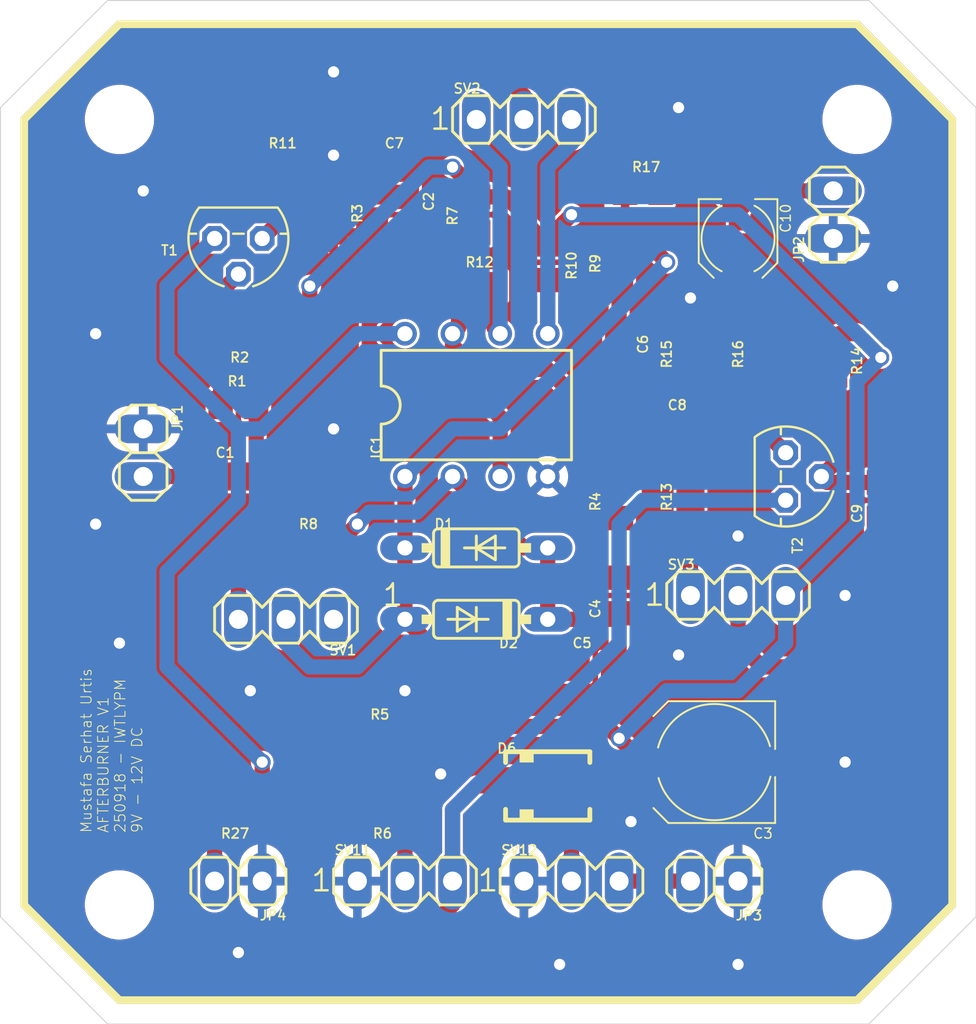
<source format=kicad_pcb>
(kicad_pcb (version 20211014) (generator pcbnew)
  (layers (0 "F.Cu" signal) (31 "B.Cu" signal) (34 "B.Paste" user) (35 "F.Paste" user) (36 "B.SilkS" user "B.Silkscreen") (37 "F.SilkS" user "F.Silkscreen") (38 "B.Mask" user) (39 "F.Mask" user) (44 "Edge.Cuts" user))
  (net 0 "")
  (net 1 "SIGNAL_IN")
  (net 2 "GND")
  (net 3 "SIGNAL_OUT")
  (net 4 "9V")
  (net 5 "9V_IN")
  (net 6 "N$14")
  (net 7 "N$13")
  (net 8 "4V5")
  (net 9 "N$1")
  (net 10 "N$2")
  (net 11 "N$3")
  (net 12 "STAGE_1_IN")
  (net 13 "N$5")
  (net 14 "DRIVE_POT_B")
  (net 15 "DRIVE_POT_A")
  (net 16 "N$8")
  (net 17 "TONE_POT_A")
  (net 18 "TONE_POT_C")
  (net 19 "N$6")
  (net 20 "N$9")
  (net 21 "N$7")
  (net 22 "N$4")
  (net 23 "LEVEL_POT_C")
  (net 24 "LEVEL_POT_B")
  (net 25 "N$11")
  (net 26 "N$15")
  (net 27 "N$16")
  (footprint "ts9_v03:C0805" (layer "F.Cu") (at 154.2161 113.2586)
    (fp_text reference "C5" (at -1.27 -1.27) (layer "F.SilkS") (effects (font (size 0.516128 0.516128) (thickness 0.093472)) (justify left)))
    (fp_text value "51pF" hide)
    (pad "1" smd rect (at -0.95 0) (size 1.3 1.5) (layers "F.Cu" "F.Paste" "F.Mask") (net 14 "DRIVE_POT_B"))
    (pad "2" smd rect (at 0.95 0) (size 1.3 1.5) (layers "F.Cu" "F.Paste" "F.Mask") (net 13 "N$5"))
  )
  (footprint "ts9_v03:R0805" (layer "F.Cu") (at 142.7861 120.8786 180)
    (fp_text reference "R6" (at -0.635 -1.27) (layer "F.SilkS") (effects (font (size 0.516128 0.516128) (thickness 0.093472)) (justify right)))
    (fp_text value "10k" hide)
    (pad "1" smd rect (at -0.95 0 180) (size 1.3 1.5) (layers "F.Cu" "F.Paste" "F.Mask") (net 8 "4V5"))
    (pad "2" smd rect (at 0.95 0 180) (size 1.3 1.5) (layers "F.Cu" "F.Paste" "F.Mask") (net 2 "GND"))
  )
  (footprint "ts9_v03:R0805" (layer "F.Cu") (at 135.1661 120.8786 180)
    (fp_text reference "R27" (at -0.635 -1.27) (layer "F.SilkS") (effects (font (size 0.516128 0.516128) (thickness 0.093472)) (justify right)))
    (fp_text value "450r" hide)
    (pad "1" smd rect (at -0.95 0 180) (size 1.3 1.5) (layers "F.Cu" "F.Paste" "F.Mask") (net 4 "9V"))
    (pad "2" smd rect (at 0.95 0 180) (size 1.3 1.5) (layers "F.Cu" "F.Paste" "F.Mask") (net 6 "N$14"))
  )
  (footprint "ts9_v03:R0805" (layer "F.Cu") (at 140.2461 89.1286 -90)
    (fp_text reference "R3" (at -0.635 -1.27 90) (layer "F.SilkS") (effects (font (size 0.516128 0.516128) (thickness 0.093472)) (justify right)))
    (fp_text value "10k" hide)
    (pad "1" smd rect (at -0.95 0 270) (size 1.3 1.5) (layers "F.Cu" "F.Paste" "F.Mask") (net 11 "N$3"))
    (pad "2" smd rect (at 0.95 0 270) (size 1.3 1.5) (layers "F.Cu" "F.Paste" "F.Mask") (net 2 "GND"))
  )
  (footprint "ts9_v03:C0805" (layer "F.Cu") (at 135.1661 103.0986)
    (fp_text reference "C1" (at -1.27 -1.27) (layer "F.SilkS") (effects (font (size 0.516128 0.516128) (thickness 0.093472)) (justify left)))
    (fp_text value "270nF" hide)
    (pad "1" smd rect (at -0.95 0) (size 1.3 1.5) (layers "F.Cu" "F.Paste" "F.Mask") (net 1 "SIGNAL_IN"))
    (pad "2" smd rect (at 0.95 0) (size 1.3 1.5) (layers "F.Cu" "F.Paste" "F.Mask") (net 9 "N$1"))
  )
  (footprint "ts9_v03:MA03-1" (layer "F.Cu") (at 161.8361 109.4486)
    (fp_text reference "SV3" (at -3.81 -1.651) (layer "F.SilkS") (effects (font (size 0.51816 0.51816) (thickness 0.09144)) (justify left)))
    (fp_text value "")
    (fp_text user "1" (at -5.08 0.635) (layer "F.SilkS") (effects (font (size 1.143 1.143) (thickness 0.127)) (justify left bottom)))
    (pad "1" thru_hole oval (at -2.54 0 90) (size 3.048 1.524) (drill 1.016) (layers *.Cu *.Mask) (net 23 "LEVEL_POT_C"))
    (pad "2" thru_hole oval (at 0 0 90) (size 3.048 1.524) (drill 1.016) (layers *.Cu *.Mask) (net 24 "LEVEL_POT_B"))
    (pad "3" thru_hole oval (at 2.54 0 90) (size 3.048 1.524) (drill 1.016) (layers *.Cu *.Mask) (net 8 "4V5"))
  )
  (footprint "ts9_v03:R0805" (layer "F.Cu") (at 163.1061 96.7486 90)
    (fp_text reference "R16" (at -0.635 -1.27 90) (layer "F.SilkS") (effects (font (size 0.516128 0.516128) (thickness 0.093472)) (justify left)))
    (fp_text value "470R" hide)
    (pad "1" smd rect (at -0.95 0 90) (size 1.3 1.5) (layers "F.Cu" "F.Paste" "F.Mask") (net 26 "N$15"))
    (pad "2" smd rect (at 0.95 0 90) (size 1.3 1.5) (layers "F.Cu" "F.Paste" "F.Mask") (net 27 "N$16"))
  )
  (footprint "ts9_v03:R0805" (layer "F.Cu") (at 137.7061 84.0486 180)
    (fp_text reference "R11" (at -0.635 -1.27) (layer "F.SilkS") (effects (font (size 0.516128 0.516128) (thickness 0.093472)) (justify right)))
    (fp_text value "220R" hide)
    (pad "1" smd rect (at -0.95 0 180) (size 1.3 1.5) (layers "F.Cu" "F.Paste" "F.Mask") (net 20 "N$9"))
    (pad "2" smd rect (at 0.95 0 180) (size 1.3 1.5) (layers "F.Cu" "F.Paste" "F.Mask") (net 2 "GND"))
  )
  (footprint "ts9_v03:1X02" (layer "F.Cu") (at 130.0861 101.8286 -90)
    (fp_text reference "JP1" (at -2.6162 -1.8288 90) (layer "F.SilkS") (effects (font (size 0.51816 0.51816) (thickness 0.09144)) (justify right)))
    (fp_text value "")
    (pad "1" thru_hole oval (at -1.27 0) (size 3.048 1.524) (drill 1.016) (layers *.Cu *.Mask) (net 2 "GND"))
    (pad "2" thru_hole oval (at 1.27 0) (size 3.048 1.524) (drill 1.016) (layers *.Cu *.Mask) (net 1 "SIGNAL_IN"))
  )
  (footprint "ts9_v03:R0805" (layer "F.Cu") (at 159.2961 96.7486 90)
    (fp_text reference "R15" (at -0.635 -1.27 90) (layer "F.SilkS") (effects (font (size 0.516128 0.516128) (thickness 0.093472)) (justify left)))
    (fp_text value "10k" hide)
    (pad "1" smd rect (at -0.95 0 90) (size 1.3 1.5) (layers "F.Cu" "F.Paste" "F.Mask") (net 26 "N$15"))
    (pad "2" smd rect (at 0.95 0 90) (size 1.3 1.5) (layers "F.Cu" "F.Paste" "F.Mask") (net 2 "GND"))
  )
  (footprint "ts9_v03:R0805" (layer "F.Cu") (at 155.4861 104.3686 90)
    (fp_text reference "R4" (at -0.635 -1.27 90) (layer "F.SilkS") (effects (font (size 0.516128 0.516128) (thickness 0.093472)) (justify left)))
    (fp_text value "4k7" hide)
    (pad "1" smd rect (at -0.95 0 90) (size 1.3 1.5) (layers "F.Cu" "F.Paste" "F.Mask") (net 16 "N$8"))
    (pad "2" smd rect (at 0.95 0 90) (size 1.3 1.5) (layers "F.Cu" "F.Paste" "F.Mask") (net 2 "GND"))
  )
  (footprint "ts9_v03:C0805" (layer "F.Cu") (at 169.4561 104.3686 90)
    (fp_text reference "C9" (at -1.27 -1.27 90) (layer "F.SilkS") (effects (font (size 0.516128 0.516128) (thickness 0.093472)) (justify left)))
    (fp_text value "100nF" hide)
    (pad "1" smd rect (at -0.95 0 90) (size 1.3 1.5) (layers "F.Cu" "F.Paste" "F.Mask") (net 24 "LEVEL_POT_B"))
    (pad "2" smd rect (at 0.95 0 90) (size 1.3 1.5) (layers "F.Cu" "F.Paste" "F.Mask") (net 25 "N$11"))
  )
  (footprint "ts9_v03:R0805" (layer "F.Cu") (at 147.8661 89.1286 90)
    (fp_text reference "R7" (at -0.635 -1.27 90) (layer "F.SilkS") (effects (font (size 0.516128 0.516128) (thickness 0.093472)) (justify left)))
    (fp_text value "10k" hide)
    (pad "1" smd rect (at -0.95 0 90) (size 1.3 1.5) (layers "F.Cu" "F.Paste" "F.Mask") (net 12 "STAGE_1_IN"))
    (pad "2" smd rect (at 0.95 0 90) (size 1.3 1.5) (layers "F.Cu" "F.Paste" "F.Mask") (net 8 "4V5"))
  )
  (footprint "ts9_v03:1X02" (layer "F.Cu") (at 135.1661 124.6886 180)
    (fp_text reference "JP4" (at -2.6162 -1.8288) (layer "F.SilkS") (effects (font (size 0.51816 0.51816) (thickness 0.09144)) (justify right)))
    (fp_text value "")
    (pad "1" thru_hole oval (at -1.27 0 270) (size 3.048 1.524) (drill 1.016) (layers *.Cu *.Mask) (net 2 "GND"))
    (pad "2" thru_hole oval (at 1.27 0 270) (size 3.048 1.524) (drill 1.016) (layers *.Cu *.Mask) (net 6 "N$14"))
  )
  (footprint "ts9_v03:1X02" (layer "F.Cu") (at 166.9161 89.1286 90)
    (fp_text reference "JP2" (at -2.6162 -1.8288 90) (layer "F.SilkS") (effects (font (size 0.51816 0.51816) (thickness 0.09144)) (justify left)))
    (fp_text value "")
    (pad "1" thru_hole oval (at -1.27 0 180) (size 3.048 1.524) (drill 1.016) (layers *.Cu *.Mask) (net 2 "GND"))
    (pad "2" thru_hole oval (at 1.27 0 180) (size 3.048 1.524) (drill 1.016) (layers *.Cu *.Mask) (net 3 "SIGNAL_OUT"))
  )
  (footprint "" (layer "F.Cu") (at 168.1861 84.0486)
    (fp_text reference "@HOLE3" hide)
    (fp_text value "" (at 0 0) (layer "F.SilkS") (effects (font (size 1.27 1.27))))
    (pad "" np_thru_hole circle (at 0 0) (size 3.2 3.2) (drill 3.2) (layers *.Cu *.Mask))
  )
  (footprint "ts9_v03:MA03-1" (layer "F.Cu") (at 152.9461 124.6886)
    (fp_text reference "SV12" (at -3.81 -1.651) (layer "F.SilkS") (effects (font (size 0.51816 0.51816) (thickness 0.09144)) (justify left)))
    (fp_text value "")
    (fp_text user "1" (at -5.08 0.635) (layer "F.SilkS") (effects (font (size 1.143 1.143) (thickness 0.127)) (justify left bottom)))
    (pad "1" thru_hole oval (at -2.54 0 90) (size 3.048 1.524) (drill 1.016) (layers *.Cu *.Mask) (net 2 "GND"))
    (pad "2" thru_hole oval (at 0 0 90) (size 3.048 1.524) (drill 1.016) (layers *.Cu *.Mask) (net 7 "N$13"))
    (pad "3" thru_hole oval (at 2.54 0 90) (size 3.048 1.524) (drill 1.016) (layers *.Cu *.Mask) (net 5 "9V_IN"))
  )
  (footprint "ts9_v03:DO35-7" (layer "F.Cu") (at 147.8661 106.9086)
    (fp_text reference "D1" (at -2.286 -1.27) (layer "F.SilkS") (effects (font (size 0.51816 0.51816) (thickness 0.09144)) (justify left)))
    (fp_text value "1N4148DO35-7" hide)
    (pad "A" thru_hole oval (at 3.81 0) (size 2.6416 1.3208) (drill 0.8128) (layers *.Cu *.Mask) (net 13 "N$5"))
    (pad "C" thru_hole oval (at -3.81 0) (size 2.6416 1.3208) (drill 0.8128) (layers *.Cu *.Mask) (net 14 "DRIVE_POT_B"))
  )
  (footprint "ts9_v03:TO92" (layer "F.Cu") (at 135.1661 90.3986 180)
    (fp_text reference "T1" (at 3.175 -0.635) (layer "F.SilkS") (effects (font (size 0.51816 0.51816) (thickness 0.09144)) (justify right)))
    (fp_text value "2N5088" hide)
    (pad "1" thru_hole roundrect (at 1.27 0 180) (size 1.3208 1.3208) (drill 0.8128) (layers *.Cu *.Mask) (chamfer_ratio 0.25) (chamfer top_left top_right bottom_left bottom_right) (net 4 "9V"))
    (pad "2" thru_hole roundrect (at 0 -1.905 180) (size 1.3208 1.3208) (drill 0.8128) (layers *.Cu *.Mask) (chamfer_ratio 0.25) (chamfer top_left top_right bottom_left bottom_right) (net 10 "N$2"))
    (pad "3" thru_hole roundrect (at -1.27 0 180) (size 1.3208 1.3208) (drill 0.8128) (layers *.Cu *.Mask) (chamfer_ratio 0.25) (chamfer top_left top_right bottom_left bottom_right) (net 11 "N$3"))
  )
  (footprint "ts9_v03:R0805" (layer "F.Cu") (at 156.7561 87.8586)
    (fp_text reference "R17" (at -0.635 -1.27) (layer "F.SilkS") (effects (font (size 0.516128 0.516128) (thickness 0.093472)) (justify left)))
    (fp_text value "100k" hide)
    (pad "1" smd rect (at -0.95 0) (size 1.3 1.5) (layers "F.Cu" "F.Paste" "F.Mask") (net 2 "GND"))
    (pad "2" smd rect (at 0.95 0) (size 1.3 1.5) (layers "F.Cu" "F.Paste" "F.Mask") (net 3 "SIGNAL_OUT"))
  )
  (footprint "" (layer "F.Cu") (at 128.8161 84.0486)
    (fp_text reference "@HOLE2" hide)
    (fp_text value "" (at 0 0) (layer "F.SilkS") (effects (font (size 1.27 1.27))))
    (pad "" np_thru_hole circle (at 0 0) (size 3.2 3.2) (drill 3.2) (layers *.Cu *.Mask))
  )
  (footprint "ts9_v03:C0805" (layer "F.Cu") (at 155.4861 96.7486 -90)
    (fp_text reference "C6" (at -1.27 -1.27 90) (layer "F.SilkS") (effects (font (size 0.516128 0.516128) (thickness 0.093472)) (justify right)))
    (fp_text value "220nF" hide)
    (pad "1" smd rect (at -0.95 0 270) (size 1.3 1.5) (layers "F.Cu" "F.Paste" "F.Mask") (net 17 "TONE_POT_A"))
    (pad "2" smd rect (at 0.95 0 270) (size 1.3 1.5) (layers "F.Cu" "F.Paste" "F.Mask") (net 2 "GND"))
  )
  (footprint "ts9_v03:R0805" (layer "F.Cu") (at 135.1661 99.2886)
    (fp_text reference "R1" (at -0.635 -1.27) (layer "F.SilkS") (effects (font (size 0.516128 0.516128) (thickness 0.093472)) (justify left)))
    (fp_text value "1k" hide)
    (pad "1" smd rect (at -0.95 0) (size 1.3 1.5) (layers "F.Cu" "F.Paste" "F.Mask") (net 10 "N$2"))
    (pad "2" smd rect (at 0.95 0) (size 1.3 1.5) (layers "F.Cu" "F.Paste" "F.Mask") (net 9 "N$1"))
  )
  (footprint "ts9_v03:R0805" (layer "F.Cu") (at 147.8661 92.9386)
    (fp_text reference "R12" (at -0.635 -1.27) (layer "F.SilkS") (effects (font (size 0.516128 0.516128) (thickness 0.093472)) (justify left)))
    (fp_text value "1k" hide)
    (pad "1" smd rect (at -0.95 0) (size 1.3 1.5) (layers "F.Cu" "F.Paste" "F.Mask") (net 21 "N$7"))
    (pad "2" smd rect (at 0.95 0) (size 1.3 1.5) (layers "F.Cu" "F.Paste" "F.Mask") (net 18 "TONE_POT_C"))
  )
  (footprint "" (layer "F.Cu") (at 128.8161 125.9586)
    (fp_text reference "@HOLE0" hide)
    (fp_text value "" (at 0 0) (layer "F.SilkS") (effects (font (size 1.27 1.27))))
    (pad "" np_thru_hole circle (at 0 0) (size 3.2 3.2) (drill 3.2) (layers *.Cu *.Mask))
  )
  (footprint "ts9_v03:DIL08" (layer "F.Cu") (at 147.8661 99.2886)
    (fp_text reference "IC1" (at -5.334 2.921 90) (layer "F.SilkS") (effects (font (size 0.51816 0.51816) (thickness 0.09144)) (justify left)))
    (fp_text value "TL072P")
    (pad "1" thru_hole circle (at -3.81 3.81 90) (size 1.27 1.27) (drill 0.8128) (layers *.Cu *.Mask) (net 14 "DRIVE_POT_B"))
    (pad "2" thru_hole circle (at -1.27 3.81 90) (size 1.27 1.27) (drill 0.8128) (layers *.Cu *.Mask) (net 13 "N$5"))
    (pad "3" thru_hole circle (at 1.27 3.81 90) (size 1.27 1.27) (drill 0.8128) (layers *.Cu *.Mask) (net 12 "STAGE_1_IN"))
    (pad "4" thru_hole circle (at 3.81 3.81 90) (size 1.27 1.27) (drill 0.8128) (layers *.Cu *.Mask) (net 2 "GND"))
    (pad "5" thru_hole circle (at 3.81 -3.81 90) (size 1.27 1.27) (drill 0.8128) (layers *.Cu *.Mask) (net 17 "TONE_POT_A"))
    (pad "6" thru_hole circle (at 1.27 -3.81 90) (size 1.27 1.27) (drill 0.8128) (layers *.Cu *.Mask) (net 18 "TONE_POT_C"))
    (pad "7" thru_hole circle (at -1.27 -3.81 90) (size 1.27 1.27) (drill 0.8128) (layers *.Cu *.Mask) (net 21 "N$7"))
    (pad "8" thru_hole circle (at -3.81 -3.81 90) (size 1.27 1.27) (drill 0.8128) (layers *.Cu *.Mask) (net 4 "9V"))
  )
  (footprint "ts9_v03:R0805" (layer "F.Cu") (at 135.1661 95.4786 180)
    (fp_text reference "R2" (at -0.635 -1.27) (layer "F.SilkS") (effects (font (size 0.516128 0.516128) (thickness 0.093472)) (justify right)))
    (fp_text value "510k" hide)
    (pad "1" smd rect (at -0.95 0 180) (size 1.3 1.5) (layers "F.Cu" "F.Paste" "F.Mask") (net 8 "4V5"))
    (pad "2" smd rect (at 0.95 0 180) (size 1.3 1.5) (layers "F.Cu" "F.Paste" "F.Mask") (net 10 "N$2"))
  )
  (footprint "ts9_v03:MA03-1" (layer "F.Cu") (at 150.4061 84.0486)
    (fp_text reference "SV2" (at -3.81 -1.651) (layer "F.SilkS") (effects (font (size 0.51816 0.51816) (thickness 0.09144)) (justify left)))
    (fp_text value "")
    (fp_text user "1" (at -5.08 0.635) (layer "F.SilkS") (effects (font (size 1.143 1.143) (thickness 0.127)) (justify left bottom)))
    (pad "1" thru_hole oval (at -2.54 0 90) (size 3.048 1.524) (drill 1.016) (layers *.Cu *.Mask) (net 18 "TONE_POT_C"))
    (pad "2" thru_hole oval (at 0 0 90) (size 3.048 1.524) (drill 1.016) (layers *.Cu *.Mask) (net 19 "N$6"))
    (pad "3" thru_hole oval (at 2.54 0 90) (size 3.048 1.524) (drill 1.016) (layers *.Cu *.Mask) (net 17 "TONE_POT_A"))
  )
  (footprint "ts9_v03:C0805" (layer "F.Cu") (at 142.7861 84.0486 180)
    (fp_text reference "C7" (at -1.27 -1.27) (layer "F.SilkS") (effects (font (size 0.516128 0.516128) (thickness 0.093472)) (justify right)))
    (fp_text value "220nF" hide)
    (pad "1" smd rect (at -0.95 0 180) (size 1.3 1.5) (layers "F.Cu" "F.Paste" "F.Mask") (net 19 "N$6"))
    (pad "2" smd rect (at 0.95 0 180) (size 1.3 1.5) (layers "F.Cu" "F.Paste" "F.Mask") (net 20 "N$9"))
  )
  (footprint "ts9_v03:TO92" (layer "F.Cu") (at 164.3761 103.0986 -90)
    (fp_text reference "T2" (at 3.175 -0.635 90) (layer "F.SilkS") (effects (font (size 0.51816 0.51816) (thickness 0.09144)) (justify right)))
    (fp_text value "2N5088" hide)
    (pad "1" thru_hole roundrect (at 1.27 0 270) (size 1.3208 1.3208) (drill 0.8128) (layers *.Cu *.Mask) (chamfer_ratio 0.25) (chamfer top_left top_right bottom_left bottom_right) (net 4 "9V"))
    (pad "2" thru_hole roundrect (at 0 -1.905 270) (size 1.3208 1.3208) (drill 0.8128) (layers *.Cu *.Mask) (chamfer_ratio 0.25) (chamfer top_left top_right bottom_left bottom_right) (net 25 "N$11"))
    (pad "3" thru_hole roundrect (at -1.27 0 270) (size 1.3208 1.3208) (drill 0.8128) (layers *.Cu *.Mask) (chamfer_ratio 0.25) (chamfer top_left top_right bottom_left bottom_right) (net 26 "N$15"))
  )
  (footprint "ts9_v03:R0805" (layer "F.Cu") (at 142.7861 117.0686)
    (fp_text reference "R5" (at -0.635 -1.27) (layer "F.SilkS") (effects (font (size 0.516128 0.516128) (thickness 0.093472)) (justify left)))
    (fp_text value "10k" hide)
    (pad "1" smd rect (at -0.95 0) (size 1.3 1.5) (layers "F.Cu" "F.Paste" "F.Mask") (net 4 "9V"))
    (pad "2" smd rect (at 0.95 0) (size 1.3 1.5) (layers "F.Cu" "F.Paste" "F.Mask") (net 8 "4V5"))
  )
  (footprint "ts9_v03:R0805" (layer "F.Cu") (at 151.6761 91.6686 -90)
    (fp_text reference "R10" (at -0.635 -1.27 90) (layer "F.SilkS") (effects (font (size 0.516128 0.516128) (thickness 0.093472)) (justify right)))
    (fp_text value "10k" hide)
    (pad "1" smd rect (at -0.95 0 270) (size 1.3 1.5) (layers "F.Cu" "F.Paste" "F.Mask") (net 8 "4V5"))
    (pad "2" smd rect (at 0.95 0 270) (size 1.3 1.5) (layers "F.Cu" "F.Paste" "F.Mask") (net 17 "TONE_POT_A"))
  )
  (footprint "ts9_v03:MA03-1" (layer "F.Cu") (at 137.7061 110.7186 180)
    (fp_text reference "SV1" (at -3.81 -1.651) (layer "F.SilkS") (effects (font (size 0.51816 0.51816) (thickness 0.09144)) (justify right)))
    (fp_text value "")
    (fp_text user "1" (at -5.08 0.635 180) (layer "F.SilkS") (effects (font (size 1.143 1.143) (thickness 0.127)) (justify left bottom)))
    (pad "1" thru_hole oval (at -2.54 0 270) (size 3.048 1.524) (drill 1.016) (layers *.Cu *.Mask))
    (pad "2" thru_hole oval (at 0 0 270) (size 3.048 1.524) (drill 1.016) (layers *.Cu *.Mask) (net 14 "DRIVE_POT_B"))
    (pad "3" thru_hole oval (at 2.54 0 270) (size 3.048 1.524) (drill 1.016) (layers *.Cu *.Mask) (net 15 "DRIVE_POT_A"))
  )
  (footprint "ts9_v03:C0805" (layer "F.Cu") (at 144.0561 89.1286 -90)
    (fp_text reference "C2" (at -1.27 -1.27 90) (layer "F.SilkS") (effects (font (size 0.516128 0.516128) (thickness 0.093472)) (justify right)))
    (fp_text value "1uF" hide)
    (pad "1" smd rect (at -0.95 0 270) (size 1.3 1.5) (layers "F.Cu" "F.Paste" "F.Mask") (net 11 "N$3"))
    (pad "2" smd rect (at 0.95 0 270) (size 1.3 1.5) (layers "F.Cu" "F.Paste" "F.Mask") (net 12 "STAGE_1_IN"))
  )
  (footprint "ts9_v03:UD-6,3X5,8_NICHICON" (layer "F.Cu") (at 160.5661 118.3386 180)
    (fp_text reference "C3" (at -3.175 -3.81) (layer "F.SilkS") (effects (font (size 0.534822 0.534822) (thickness 0.074778)) (justify right)))
    (fp_text value "47uF" hide)
    (pad "+" smd rect (at 2.35 0 180) (size 2.8 1) (layers "F.Cu" "F.Paste" "F.Mask") (net 8 "4V5"))
    (pad "-" smd rect (at -2.35 0 180) (size 2.8 1) (layers "F.Cu" "F.Paste" "F.Mask") (net 2 "GND"))
  )
  (footprint "ts9_v03:R0805" (layer "F.Cu") (at 166.9161 96.7486 -90)
    (fp_text reference "R14" (at -0.635 -1.27 90) (layer "F.SilkS") (effects (font (size 0.516128 0.516128) (thickness 0.093472)) (justify right)))
    (fp_text value "510k" hide)
    (pad "1" smd rect (at -0.95 0 270) (size 1.3 1.5) (layers "F.Cu" "F.Paste" "F.Mask") (net 8 "4V5"))
    (pad "2" smd rect (at 0.95 0 270) (size 1.3 1.5) (layers "F.Cu" "F.Paste" "F.Mask") (net 25 "N$11"))
  )
  (footprint "ts9_v03:R0805" (layer "F.Cu") (at 159.2961 104.3686 90)
    (fp_text reference "R13" (at -0.635 -1.27 90) (layer "F.SilkS") (effects (font (size 0.516128 0.516128) (thickness 0.093472)) (justify left)))
    (fp_text value "1k" hide)
    (pad "1" smd rect (at -0.95 0 90) (size 1.3 1.5) (layers "F.Cu" "F.Paste" "F.Mask") (net 23 "LEVEL_POT_C"))
    (pad "2" smd rect (at 0.95 0 90) (size 1.3 1.5) (layers "F.Cu" "F.Paste" "F.Mask") (net 22 "N$4"))
  )
  (footprint "ts9_v03:R0805" (layer "F.Cu") (at 138.9761 106.9086)
    (fp_text reference "R8" (at -0.635 -1.27) (layer "F.SilkS") (effects (font (size 0.516128 0.516128) (thickness 0.093472)) (justify left)))
    (fp_text value "51k" hide)
    (pad "1" smd rect (at -0.95 0) (size 1.3 1.5) (layers "F.Cu" "F.Paste" "F.Mask") (net 15 "DRIVE_POT_A"))
    (pad "2" smd rect (at 0.95 0) (size 1.3 1.5) (layers "F.Cu" "F.Paste" "F.Mask") (net 13 "N$5"))
  )
  (footprint "ts9_v03:1X02" (layer "F.Cu") (at 160.5661 124.6886 180)
    (fp_text reference "JP3" (at -2.6162 -1.8288) (layer "F.SilkS") (effects (font (size 0.51816 0.51816) (thickness 0.09144)) (justify right)))
    (fp_text value "")
    (pad "1" thru_hole oval (at -1.27 0 270) (size 3.048 1.524) (drill 1.016) (layers *.Cu *.Mask) (net 2 "GND"))
    (pad "2" thru_hole oval (at 1.27 0 270) (size 3.048 1.524) (drill 1.016) (layers *.Cu *.Mask) (net 5 "9V_IN"))
  )
  (footprint "" (layer "F.Cu") (at 168.1861 125.9586)
    (fp_text reference "@HOLE1" hide)
    (fp_text value "" (at 0 0) (layer "F.SilkS") (effects (font (size 1.27 1.27))))
    (pad "" np_thru_hole circle (at 0 0) (size 3.2 3.2) (drill 3.2) (layers *.Cu *.Mask))
  )
  (footprint "ts9_v03:DO35-7" (layer "F.Cu") (at 147.8661 110.7186 180)
    (fp_text reference "D2" (at -2.286 -1.27) (layer "F.SilkS") (effects (font (size 0.51816 0.51816) (thickness 0.09144)) (justify right)))
    (fp_text value "1N4148DO35-7" hide)
    (pad "A" thru_hole oval (at 3.81 0 180) (size 2.6416 1.3208) (drill 0.8128) (layers *.Cu *.Mask) (net 14 "DRIVE_POT_B"))
    (pad "C" thru_hole oval (at -3.81 0 180) (size 2.6416 1.3208) (drill 0.8128) (layers *.Cu *.Mask) (net 13 "N$5"))
  )
  (footprint "ts9_v03:C0805" (layer "F.Cu") (at 159.2961 100.5586)
    (fp_text reference "C8" (at -1.27 -1.27) (layer "F.SilkS") (effects (font (size 0.516128 0.516128) (thickness 0.093472)) (justify left)))
    (fp_text value "220nF" hide)
    (pad "1" smd rect (at -0.95 0) (size 1.3 1.5) (layers "F.Cu" "F.Paste" "F.Mask") (net 21 "N$7"))
    (pad "2" smd rect (at 0.95 0) (size 1.3 1.5) (layers "F.Cu" "F.Paste" "F.Mask") (net 22 "N$4"))
  )
  (footprint "ts9_v03:SMA" (layer "F.Cu") (at 151.6761 119.6086)
    (fp_text reference "D6" (at -2.75 -2) (layer "F.SilkS") (effects (font (size 0.51816 0.51816) (thickness 0.09144)) (justify left)))
    (fp_text value "S1M")
    (pad "A" smd rect (at 2 0) (size 2 2) (layers "F.Cu" "F.Paste" "F.Mask") (net 7 "N$13"))
    (pad "C" smd rect (at -2 0) (size 2 2) (layers "F.Cu" "F.Paste" "F.Mask") (net 4 "9V"))
  )
  (footprint "ts9_v03:R0805" (layer "F.Cu") (at 155.4861 91.6686 90)
    (fp_text reference "R9" (at -0.635 -1.27 90) (layer "F.SilkS") (effects (font (size 0.516128 0.516128) (thickness 0.093472)) (justify left)))
    (fp_text value "1k")
    (pad "1" smd rect (at -0.95 0 90) (size 1.3 1.5) (layers "F.Cu" "F.Paste" "F.Mask") (net 17 "TONE_POT_A"))
    (pad "2" smd rect (at 0.95 0 90) (size 1.3 1.5) (layers "F.Cu" "F.Paste" "F.Mask") (net 14 "DRIVE_POT_B"))
  )
  (footprint "ts9_v03:C0805" (layer "F.Cu") (at 155.4861 109.4486 90)
    (fp_text reference "C4" (at -1.27 -1.27 90) (layer "F.SilkS") (effects (font (size 0.516128 0.516128) (thickness 0.093472)) (justify left)))
    (fp_text value "47nF" hide)
    (pad "1" smd rect (at -0.95 0 90) (size 1.3 1.5) (layers "F.Cu" "F.Paste" "F.Mask") (net 13 "N$5"))
    (pad "2" smd rect (at 0.95 0 90) (size 1.3 1.5) (layers "F.Cu" "F.Paste" "F.Mask") (net 16 "N$8"))
  )
  (footprint "ts9_v03:UD-4X5,8_NICHICON" (layer "F.Cu") (at 161.8361 90.3986 -90)
    (fp_text reference "C10" (at -1.905 -2.54 90) (layer "F.SilkS") (effects (font (size 0.534822 0.534822) (thickness 0.074778)) (justify right)))
    (fp_text value "10uF" hide)
    (pad "+" smd rect (at 1.425 0 270) (size 2 1) (layers "F.Cu" "F.Paste" "F.Mask") (net 27 "N$16"))
    (pad "-" smd rect (at -1.425 0 270) (size 2 1) (layers "F.Cu" "F.Paste" "F.Mask") (net 3 "SIGNAL_OUT"))
  )
  (footprint "ts9_v03:MA03-1" (layer "F.Cu") (at 144.0561 124.6886)
    (fp_text reference "SV11" (at -3.81 -1.651) (layer "F.SilkS") (effects (font (size 0.51816 0.51816) (thickness 0.09144)) (justify left)))
    (fp_text value "")
    (fp_text user "1" (at -5.08 0.635) (layer "F.SilkS") (effects (font (size 1.143 1.143) (thickness 0.127)) (justify left bottom)))
    (pad "1" thru_hole oval (at -2.54 0 90) (size 3.048 1.524) (drill 1.016) (layers *.Cu *.Mask) (net 2 "GND"))
    (pad "2" thru_hole oval (at 0 0 90) (size 3.048 1.524) (drill 1.016) (layers *.Cu *.Mask) (net 8 "4V5"))
    (pad "3" thru_hole oval (at 2.54 0 90) (size 3.048 1.524) (drill 1.016) (layers *.Cu *.Mask) (net 4 "9V"))
  )
  (gr_line (start 168.1861 78.9686) (end 173.2661 84.0486) (layer "F.SilkS") (width 0.4064))
  (gr_line (start 123.7361 125.9586) (end 123.7361 84.0486) (layer "F.SilkS") (width 0.4064))
  (gr_line (start 173.2661 125.9586) (end 168.1861 131.0386) (layer "F.SilkS") (width 0.4064))
  (gr_line (start 173.2661 84.0486) (end 173.2661 125.9586) (layer "F.SilkS") (width 0.4064))
  (gr_line (start 128.8161 131.0386) (end 123.7361 125.9586) (layer "F.SilkS") (width 0.4064))
  (gr_line (start 168.1861 131.0386) (end 128.8161 131.0386) (layer "F.SilkS") (width 0.4064))
  (gr_line (start 128.8161 78.9686) (end 168.1861 78.9686) (layer "F.SilkS") (width 0.4064))
  (gr_line (start 123.7361 84.0486) (end 128.8161 78.9686) (layer "F.SilkS") (width 0.4064))
  (gr_line (start 174.5361 83.4136) (end 168.8211 77.6986) (layer "Edge.Cuts") (width 0.05))
  (gr_line (start 168.8211 77.6986) (end 128.1811 77.6986) (layer "Edge.Cuts") (width 0.05))
  (gr_line (start 122.4661 83.4136) (end 122.4661 126.5936) (layer "Edge.Cuts") (width 0.05))
  (gr_line (start 122.4661 126.5936) (end 128.1811 132.3086) (layer "Edge.Cuts") (width 0.05))
  (gr_line (start 168.8211 132.3086) (end 174.5361 126.5936) (layer "Edge.Cuts") (width 0.05))
  (gr_line (start 174.5361 126.5936) (end 174.5361 83.4136) (layer "Edge.Cuts") (width 0.05))
  (gr_line (start 128.1811 77.6986) (end 122.4661 83.4136) (layer "Edge.Cuts") (width 0.05))
  (gr_line (start 128.1811 132.3086) (end 168.8211 132.3086) (layer "Edge.Cuts") (width 0.05))
  (gr_text "Mustafa Serhat Urtis\nAFTERBURNER V1\n250918 - IWTLYPM\n9V - 12V DC" (at 130.0861 122.1486 90) (layer "F.SilkS") (effects (font (size 0.560832 0.560832) (thickness 0.048768)) (justify left bottom)))
  (segment (start 130.0861 103.0986) (end 134.2161 103.0986) (width 0.8128) (layer "F.Cu") (net 1))
  (via (at 158.6611 112.6236) (size 0.9048) (drill 0.6) (layers "F.Cu" "B.Cu") (net 2))
  (via (at 127.5461 105.6386) (size 0.9048) (drill 0.6) (layers "F.Cu" "B.Cu") (net 2))
  (via (at 161.8361 106.2736) (size 0.9048) (drill 0.6) (layers "F.Cu" "B.Cu") (net 2))
  (via (at 128.8161 111.9886) (size 0.9048) (drill 0.6) (layers "F.Cu" "B.Cu") (net 2))
  (via (at 145.9611 118.9736) (size 0.9048) (drill 0.6) (layers "F.Cu" "B.Cu") (net 2))
  (via (at 130.0861 87.8586) (size 0.9048) (drill 0.6) (layers "F.Cu" "B.Cu") (net 2))
  (via (at 140.2461 85.9536) (size 0.9048) (drill 0.6) (layers "F.Cu" "B.Cu") (net 2))
  (via (at 135.8011 114.5286) (size 0.9048) (drill 0.6) (layers "F.Cu" "B.Cu") (net 2))
  (via (at 127.5461 95.4786) (size 0.9048) (drill 0.6) (layers "F.Cu" "B.Cu") (net 2))
  (via (at 170.0911 92.9386) (size 0.9048) (drill 0.6) (layers "F.Cu" "B.Cu") (net 2))
  (via (at 167.5511 109.4486) (size 0.9048) (drill 0.6) (layers "F.Cu" "B.Cu") (net 2))
  (via (at 167.5511 118.3386) (size 0.9048) (drill 0.6) (layers "F.Cu" "B.Cu") (net 2))
  (via (at 140.2461 81.5086) (size 0.9048) (drill 0.6) (layers "F.Cu" "B.Cu") (net 2))
  (via (at 135.1661 128.4986) (size 0.9048) (drill 0.6) (layers "F.Cu" "B.Cu") (net 2))
  (via (at 161.8361 129.1336) (size 0.9048) (drill 0.6) (layers "F.Cu" "B.Cu") (net 2))
  (via (at 140.2461 100.5586) (size 0.9048) (drill 0.6) (layers "F.Cu" "B.Cu") (net 2))
  (via (at 152.3111 129.1336) (size 0.9048) (drill 0.6) (layers "F.Cu" "B.Cu") (net 2))
  (via (at 144.0561 114.5286) (size 0.9048) (drill 0.6) (layers "F.Cu" "B.Cu") (net 2))
  (via (at 156.1211 121.5136) (size 0.9048) (drill 0.6) (layers "F.Cu" "B.Cu") (net 2))
  (via (at 158.6611 83.4136) (size 0.9048) (drill 0.6) (layers "F.Cu" "B.Cu") (net 2))
  (via (at 159.2961 93.5736) (size 0.9048) (drill 0.6) (layers "F.Cu" "B.Cu") (net 2))
  (segment (start 166.9161 87.8586) (end 162.9511 87.8586) (width 0.8128) (layer "F.Cu") (net 3))
  (segment (start 160.7211 87.8586) (end 157.7061 87.8586) (width 0.8128) (layer "F.Cu") (net 3))
  (segment (start 162.9511 87.8586) (end 161.8361 88.9736) (width 0.8128) (layer "F.Cu") (net 3))
  (segment (start 161.8361 88.9736) (end 160.7211 87.8586) (width 0.8128) (layer "F.Cu") (net 3))
  (segment (start 136.4361 120.5586) (end 136.1161 120.8786) (width 0.8128) (layer "F.Cu") (net 4))
  (segment (start 140.2461 127.2286) (end 138.9761 125.9586) (width 0.8128) (layer "F.Cu") (net 4))
  (segment (start 146.5961 124.6886) (end 146.5961 125.9586) (width 0.8128) (layer "F.Cu") (net 4))
  (segment (start 146.5961 125.9586) (end 145.3261 127.2286) (width 0.8128) (layer "F.Cu") (net 4))
  (segment (start 138.9761 120.8786) (end 138.9761 118.3386) (width 0.8128) (layer "F.Cu") (net 4))
  (segment (start 149.6761 119.6086) (end 147.8661 119.6086) (width 0.8128) (layer "F.Cu") (net 4))
  (segment (start 145.3261 127.2286) (end 140.2461 127.2286) (width 0.8128) (layer "F.Cu") (net 4))
  (segment (start 138.9761 125.9586) (end 138.9761 120.8786) (width 0.8128) (layer "F.Cu") (net 4))
  (segment (start 136.1161 120.8786) (end 138.9761 120.8786) (width 0.8128) (layer "F.Cu") (net 4))
  (segment (start 146.5961 120.8786) (end 146.5961 124.6886) (width 0.8128) (layer "F.Cu") (net 4))
  (segment (start 140.2461 117.0686) (end 141.8361 117.0686) (width 0.8128) (layer "F.Cu") (net 4))
  (segment (start 136.4361 118.3386) (end 136.4361 120.5586) (width 0.8128) (layer "F.Cu") (net 4))
  (segment (start 138.9761 118.3386) (end 140.2461 117.0686) (width 0.8128) (layer "F.Cu") (net 4))
  (segment (start 147.8661 119.6086) (end 146.5961 120.8786) (width 0.8128) (layer "F.Cu") (net 4))
  (via (at 136.4361 118.3386) (size 0.9048) (drill 0.6) (layers "F.Cu" "B.Cu") (net 4))
  (segment (start 131.3561 92.9386) (end 131.3561 96.7486) (width 0.8128) (layer "B.Cu") (net 4))
  (segment (start 135.1661 104.3686) (end 131.3561 108.1786) (width 0.8128) (layer "B.Cu") (net 4))
  (segment (start 146.5961 120.8786) (end 146.5961 124.6886) (width 0.8128) (layer "B.Cu") (net 4))
  (segment (start 155.4861 105.6386) (end 155.4861 111.9886) (width 0.8128) (layer "B.Cu") (net 4))
  (segment (start 133.8961 90.3986) (end 131.3561 92.9386) (width 0.8128) (layer "B.Cu") (net 4))
  (segment (start 131.3561 113.2586) (end 136.4361 118.3386) (width 0.8128) (layer "B.Cu") (net 4))
  (segment (start 144.0561 95.4786) (end 141.5161 95.4786) (width 0.8128) (layer "B.Cu") (net 4))
  (segment (start 164.3761 104.3686) (end 156.7561 104.3686) (width 0.8128) (layer "B.Cu") (net 4))
  (segment (start 156.7561 104.3686) (end 155.4861 105.6386) (width 0.8128) (layer "B.Cu") (net 4))
  (segment (start 131.3561 108.1786) (end 131.3561 113.2586) (width 0.8128) (layer "B.Cu") (net 4))
  (segment (start 141.5161 95.4786) (end 136.4361 100.5586) (width 0.8128) (layer "B.Cu") (net 4))
  (segment (start 155.4861 111.9886) (end 146.5961 120.8786) (width 0.8128) (layer "B.Cu") (net 4))
  (segment (start 131.3561 96.7486) (end 135.1661 100.5586) (width 0.8128) (layer "B.Cu") (net 4))
  (segment (start 135.1661 100.5586) (end 135.1661 104.3686) (width 0.8128) (layer "B.Cu") (net 4))
  (segment (start 136.4361 100.5586) (end 135.1661 100.5586) (width 0.8128) (layer "B.Cu") (net 4))
  (segment (start 159.2961 124.6886) (end 155.4861 124.6886) (width 0.8128) (layer "F.Cu") (net 5))
  (segment (start 134.2161 120.8786) (end 133.8961 121.1986) (width 0.8128) (layer "F.Cu") (net 6))
  (segment (start 133.8961 121.1986) (end 133.8961 124.6886) (width 0.8128) (layer "F.Cu") (net 6))
  (segment (start 152.9461 124.6886) (end 152.9461 120.3386) (width 0.8128) (layer "F.Cu") (net 7))
  (segment (start 152.9461 120.3386) (end 153.6761 119.6086) (width 0.8128) (layer "F.Cu") (net 7))
  (segment (start 147.8661 88.1786) (end 149.4561 88.1786) (width 0.8128) (layer "F.Cu") (net 8))
  (segment (start 138.9761 92.9386) (end 138.9761 94.2086) (width 0.8128) (layer "F.Cu") (net 8))
  (segment (start 144.0561 121.1986) (end 144.0561 124.6886) (width 0.8128) (layer "F.Cu") (net 8))
  (segment (start 137.7061 95.4786) (end 136.1161 95.4786) (width 0.8128) (layer "F.Cu") (net 8))
  (segment (start 154.8511 116.4336) (end 155.4861 117.0686) (width 0.8128) (layer "F.Cu") (net 8))
  (segment (start 147.8661 88.1786) (end 147.8661 87.8586) (width 0.8128) (layer "F.Cu") (net 8))
  (segment (start 151.6761 90.7186) (end 151.6761 90.3986) (width 0.8128) (layer "F.Cu") (net 8))
  (segment (start 149.4561 88.1786) (end 150.4061 89.1286) (width 0.8128) (layer "F.Cu") (net 8))
  (segment (start 155.4861 117.0686) (end 156.7561 118.3386) (width 0.8128) (layer "F.Cu") (net 8))
  (segment (start 154.8511 116.4336) (end 144.3711 116.4336) (width 0.8128) (layer "F.Cu") (net 8))
  (segment (start 167.2361 95.4786) (end 166.9161 95.7986) (width 0.8128) (layer "F.Cu") (net 8))
  (segment (start 168.1861 95.4786) (end 167.2361 95.4786) (width 0.8128) (layer "F.Cu") (net 8))
  (segment (start 151.6761 90.3986) (end 152.9461 89.1286) (width 0.8128) (layer "F.Cu") (net 8))
  (segment (start 158.2161 118.3386) (end 156.7561 118.3386) (width 0.8128) (layer "F.Cu") (net 8))
  (segment (start 143.7361 120.8786) (end 144.0561 121.1986) (width 0.8128) (layer "F.Cu") (net 8))
  (segment (start 144.3711 116.4336) (end 143.7361 117.0686) (width 0.8128) (layer "F.Cu") (net 8))
  (segment (start 143.7361 117.0686) (end 143.7361 120.8786) (width 0.8128) (layer "F.Cu") (net 8))
  (segment (start 150.4061 89.4486) (end 151.6761 90.7186) (width 0.8128) (layer "F.Cu") (net 8))
  (segment (start 138.9761 94.2086) (end 137.7061 95.4786) (width 0.8128) (layer "F.Cu") (net 8))
  (segment (start 169.4561 96.7486) (end 168.1861 95.4786) (width 0.8128) (layer "F.Cu") (net 8))
  (segment (start 147.8661 87.8586) (end 146.5961 86.5886) (width 0.8128) (layer "F.Cu") (net 8))
  (segment (start 150.4061 89.1286) (end 150.4061 89.4486) (width 0.8128) (layer "F.Cu") (net 8))
  (via (at 146.5961 86.5886) (size 0.9048) (drill 0.6) (layers "F.Cu" "B.Cu") (net 8))
  (via (at 155.4861 117.0686) (size 0.9048) (drill 0.6) (layers "F.Cu" "B.Cu") (net 8))
  (via (at 138.9761 92.9386) (size 0.9048) (drill 0.6) (layers "F.Cu" "B.Cu") (net 8))
  (via (at 152.9461 89.1286) (size 0.9048) (drill 0.6) (layers "F.Cu" "B.Cu") (net 8))
  (via (at 169.4561 96.7486) (size 0.9048) (drill 0.6) (layers "F.Cu" "B.Cu") (net 8))
  (segment (start 145.3261 86.5886) (end 138.9761 92.9386) (width 0.8128) (layer "B.Cu") (net 8))
  (segment (start 152.9461 89.1286) (end 161.8361 89.1286) (width 0.8128) (layer "B.Cu") (net 8))
  (segment (start 161.8361 114.5286) (end 158.0261 114.5286) (width 0.8128) (layer "B.Cu") (net 8))
  (segment (start 168.1861 98.0186) (end 169.4561 96.7486) (width 0.8128) (layer "B.Cu") (net 8))
  (segment (start 146.5961 86.5886) (end 145.3261 86.5886) (width 0.8128) (layer "B.Cu") (net 8))
  (segment (start 164.3761 109.4486) (end 168.1861 105.6386) (width 0.8128) (layer "B.Cu") (net 8))
  (segment (start 164.3761 109.4486) (end 164.3761 111.9886) (width 0.8128) (layer "B.Cu") (net 8))
  (segment (start 158.0261 114.5286) (end 155.4861 117.0686) (width 0.8128) (layer "B.Cu") (net 8))
  (segment (start 164.3761 111.9886) (end 161.8361 114.5286) (width 0.8128) (layer "B.Cu") (net 8))
  (segment (start 161.8361 89.1286) (end 169.4561 96.7486) (width 0.8128) (layer "B.Cu") (net 8))
  (segment (start 168.1861 105.6386) (end 168.1861 98.0186) (width 0.8128) (layer "B.Cu") (net 8))
  (segment (start 136.1161 103.0986) (end 136.1161 99.2886) (width 0.8128) (layer "F.Cu") (net 9))
  (segment (start 134.2161 95.4786) (end 134.2161 93.2536) (width 0.8128) (layer "F.Cu") (net 10))
  (segment (start 134.2161 93.2536) (end 135.1661 92.3036) (width 0.8128) (layer "F.Cu") (net 10))
  (segment (start 134.2161 99.2886) (end 134.2161 95.4786) (width 0.8128) (layer "F.Cu") (net 10))
  (segment (start 138.6561 88.1786) (end 136.4361 90.3986) (width 0.8128) (layer "F.Cu") (net 11))
  (segment (start 140.2461 88.1786) (end 144.0561 88.1786) (width 0.8128) (layer "F.Cu") (net 11))
  (segment (start 140.2461 88.1786) (end 138.6561 88.1786) (width 0.8128) (layer "F.Cu") (net 11))
  (segment (start 143.4211 93.5736) (end 144.0561 93.5736) (width 0.8128) (layer "F.Cu") (net 12))
  (segment (start 148.5011 99.2886) (end 146.5961 99.2886) (width 0.8128) (layer "F.Cu") (net 12))
  (segment (start 144.0561 93.5736) (end 144.0561 90.0786) (width 0.8128) (layer "F.Cu") (net 12))
  (segment (start 146.5961 99.2886) (end 144.6911 97.3836) (width 0.8128) (layer "F.Cu") (net 12))
  (segment (start 144.0561 90.0786) (end 147.8661 90.0786) (width 0.8128) (layer "F.Cu") (net 12))
  (segment (start 142.1511 94.8436) (end 143.4211 93.5736) (width 0.8128) (layer "F.Cu") (net 12))
  (segment (start 149.1361 99.9236) (end 148.5011 99.2886) (width 0.8128) (layer "F.Cu") (net 12))
  (segment (start 142.1511 96.1136) (end 142.1511 94.8436) (width 0.8128) (layer "F.Cu") (net 12))
  (segment (start 149.1361 103.0986) (end 149.1361 99.9236) (width 0.8128) (layer "F.Cu") (net 12))
  (segment (start 144.6911 97.3836) (end 143.4211 97.3836) (width 0.8128) (layer "F.Cu") (net 12))
  (segment (start 143.4211 97.3836) (end 142.1511 96.1136) (width 0.8128) (layer "F.Cu") (net 12))
  (segment (start 140.2461 106.9086) (end 141.5161 105.6386) (width 0.8128) (layer "F.Cu") (net 13))
  (segment (start 146.5961 103.0986) (end 150.4061 106.9086) (width 0.8128) (layer "F.Cu") (net 13))
  (segment (start 155.1661 110.7186) (end 155.4861 110.3986) (width 0.8128) (layer "F.Cu") (net 13))
  (segment (start 151.6761 110.7186) (end 155.1661 110.7186) (width 0.8128) (layer "F.Cu") (net 13))
  (segment (start 150.4061 106.9086) (end 151.6761 106.9086) (width 0.8128) (layer "F.Cu") (net 13))
  (segment (start 155.4861 112.9386) (end 155.1661 113.2586) (width 0.8128) (layer "F.Cu") (net 13))
  (segment (start 155.4861 110.3986) (end 155.4861 112.9386) (width 0.8128) (layer "F.Cu") (net 13))
  (segment (start 139.9261 106.9086) (end 140.2461 106.9086) (width 0.8128) (layer "F.Cu") (net 13))
  (segment (start 151.6761 106.9086) (end 151.6761 110.7186) (width 0.8128) (layer "F.Cu") (net 13))
  (via (at 141.5161 105.6386) (size 0.9048) (drill 0.6) (layers "F.Cu" "B.Cu") (net 13))
  (segment (start 141.5161 105.6386) (end 142.1511 105.0036) (width 0.8128) (layer "B.Cu") (net 13))
  (segment (start 144.6911 105.0036) (end 146.5961 103.0986) (width 0.8128) (layer "B.Cu") (net 13))
  (segment (start 142.1511 105.0036) (end 144.6911 105.0036) (width 0.8128) (layer "B.Cu") (net 13))
  (segment (start 155.4861 90.7186) (end 157.0761 90.7186) (width 0.8128) (layer "F.Cu") (net 14))
  (segment (start 146.5961 113.2586) (end 144.0561 110.7186) (width 0.8128) (layer "F.Cu") (net 14))
  (segment (start 157.0761 90.7186) (end 158.0261 91.6686) (width 0.8128) (layer "F.Cu") (net 14))
  (segment (start 144.0561 106.9086) (end 144.0561 103.0986) (width 0.8128) (layer "F.Cu") (net 14))
  (segment (start 153.2661 113.2586) (end 146.5961 113.2586) (width 0.8128) (layer "F.Cu") (net 14))
  (segment (start 144.0561 110.7186) (end 144.0561 106.9086) (width 0.8128) (layer "F.Cu") (net 14))
  (via (at 158.0261 91.6686) (size 0.9048) (drill 0.6) (layers "F.Cu" "B.Cu") (net 14))
  (segment (start 158.0261 91.6686) (end 149.1361 100.5586) (width 0.8128) (layer "B.Cu") (net 14))
  (segment (start 149.1361 100.5586) (end 146.5961 100.5586) (width 0.8128) (layer "B.Cu") (net 14))
  (segment (start 137.7061 110.7186) (end 137.7061 111.9886) (width 0.8128) (layer "B.Cu") (net 14))
  (segment (start 141.5161 113.2586) (end 144.0561 110.7186) (width 0.8128) (layer "B.Cu") (net 14))
  (segment (start 137.7061 111.9886) (end 138.9761 113.2586) (width 0.8128) (layer "B.Cu") (net 14))
  (segment (start 138.9761 113.2586) (end 141.5161 113.2586) (width 0.8128) (layer "B.Cu") (net 14))
  (segment (start 146.5961 100.5586) (end 144.0561 103.0986) (width 0.8128) (layer "B.Cu") (net 14))
  (segment (start 135.1661 108.1786) (end 136.4361 106.9086) (width 0.8128) (layer "F.Cu") (net 15))
  (segment (start 136.4361 106.9086) (end 138.0261 106.9086) (width 0.8128) (layer "F.Cu") (net 15))
  (segment (start 135.1661 110.7186) (end 135.1661 108.1786) (width 0.8128) (layer "F.Cu") (net 15))
  (segment (start 155.4861 105.3186) (end 155.4861 108.4986) (width 0.8128) (layer "F.Cu") (net 16))
  (segment (start 151.6761 92.6186) (end 151.6761 95.4786) (width 0.8128) (layer "F.Cu") (net 17))
  (segment (start 155.4861 95.7986) (end 155.4861 92.6186) (width 0.8128) (layer "F.Cu") (net 17))
  (segment (start 151.6761 92.6186) (end 155.4861 92.6186) (width 0.8128) (layer "F.Cu") (net 17))
  (segment (start 152.9461 85.3186) (end 151.6761 86.5886) (width 0.8128) (layer "B.Cu") (net 17))
  (segment (start 152.9461 84.0486) (end 152.9461 85.3186) (width 0.8128) (layer "B.Cu") (net 17))
  (segment (start 151.6761 86.5886) (end 151.6761 95.4786) (width 0.8128) (layer "B.Cu") (net 17))
  (segment (start 148.8161 95.1586) (end 149.1361 95.4786) (width 0.8128) (layer "F.Cu") (net 18))
  (segment (start 148.8161 92.9386) (end 148.8161 95.1586) (width 0.8128) (layer "F.Cu") (net 18))
  (segment (start 147.8661 84.0486) (end 147.8661 85.3186) (width 0.8128) (layer "B.Cu") (net 18))
  (segment (start 147.8661 85.3186) (end 149.1361 86.5886) (width 0.8128) (layer "B.Cu") (net 18))
  (segment (start 149.1361 86.5886) (end 149.1361 95.4786) (width 0.8128) (layer "B.Cu") (net 18))
  (segment (start 143.7361 84.0486) (end 143.7361 83.0986) (width 0.8128) (layer "F.Cu") (net 19))
  (segment (start 145.3261 81.5086) (end 149.1361 81.5086) (width 0.8128) (layer "F.Cu") (net 19))
  (segment (start 150.4061 82.7786) (end 150.4061 84.0486) (width 0.8128) (layer "F.Cu") (net 19))
  (segment (start 149.1361 81.5086) (end 150.4061 82.7786) (width 0.8128) (layer "F.Cu") (net 19))
  (segment (start 143.7361 83.0986) (end 145.3261 81.5086) (width 0.8128) (layer "F.Cu") (net 19))
  (segment (start 141.8361 84.0486) (end 138.6561 84.0486) (width 0.8128) (layer "F.Cu") (net 20))
  (segment (start 154.8511 100.5586) (end 151.6761 97.3836) (width 0.8128) (layer "F.Cu") (net 21))
  (segment (start 146.5961 96.1136) (end 146.5961 95.4786) (width 0.8128) (layer "F.Cu") (net 21))
  (segment (start 146.9161 92.9386) (end 146.9161 95.1586) (width 0.8128) (layer "F.Cu") (net 21))
  (segment (start 147.8661 97.3836) (end 146.5961 96.1136) (width 0.8128) (layer "F.Cu") (net 21))
  (segment (start 146.9161 95.1586) (end 146.5961 95.4786) (width 0.8128) (layer "F.Cu") (net 21))
  (segment (start 158.3461 100.5586) (end 154.8511 100.5586) (width 0.8128) (layer "F.Cu") (net 21))
  (segment (start 151.6761 97.3836) (end 147.8661 97.3836) (width 0.8128) (layer "F.Cu") (net 21))
  (segment (start 160.2461 100.5586) (end 160.2461 102.4686) (width 0.8128) (layer "F.Cu") (net 22))
  (segment (start 160.2461 102.4686) (end 159.2961 103.4186) (width 0.8128) (layer "F.Cu") (net 22))
  (segment (start 159.2961 105.3186) (end 159.2961 109.4486) (width 0.8128) (layer "F.Cu") (net 23))
  (segment (start 161.8361 111.9886) (end 161.8361 109.4486) (width 0.8128) (layer "F.Cu") (net 24))
  (segment (start 166.9161 113.2586) (end 163.1061 113.2586) (width 0.8128) (layer "F.Cu") (net 24))
  (segment (start 169.4561 105.3186) (end 169.4561 110.7186) (width 0.8128) (layer "F.Cu") (net 24))
  (segment (start 163.1061 113.2586) (end 161.8361 111.9886) (width 0.8128) (layer "F.Cu") (net 24))
  (segment (start 169.4561 110.7186) (end 166.9161 113.2586) (width 0.8128) (layer "F.Cu") (net 24))
  (segment (start 169.4561 103.4186) (end 166.6011 103.4186) (width 0.8128) (layer "F.Cu") (net 25))
  (segment (start 166.9161 97.6986) (end 166.9161 102.4636) (width 0.8128) (layer "F.Cu") (net 25))
  (segment (start 166.6011 103.4186) (end 166.2811 103.0986) (width 0.8128) (layer "F.Cu") (net 25))
  (segment (start 166.9161 102.4636) (end 166.2811 103.0986) (width 0.8128) (layer "F.Cu") (net 25))
  (segment (start 163.1061 97.6986) (end 159.2961 97.6986) (width 0.8128) (layer "F.Cu") (net 26))
  (segment (start 163.1061 100.5586) (end 163.1061 97.6986) (width 0.8128) (layer "F.Cu") (net 26))
  (segment (start 164.3761 101.8286) (end 163.1061 100.5586) (width 0.8128) (layer "F.Cu") (net 26))
  (segment (start 161.8361 94.5286) (end 161.8361 91.8236) (width 0.8128) (layer "F.Cu") (net 27))
  (segment (start 163.1061 95.7986) (end 161.8361 94.5286) (width 0.8128) (layer "F.Cu") (net 27))
  (zone (net 2) (net_name "GND") (layer "F.Cu") (priority 6) (connect_pads (clearance 0.000001)) (min_thickness 0.2032) (fill yes (thermal_gap 0.4564) (thermal_bridge_width 0.4564))
    (polygon (pts (xy 173.4693 83.964432) (xy 173.4693 126.042768) (xy 168.270268 131.2418) (xy 128.731932 131.2418) (xy 123.5329 126.042768) (xy 123.5329 83.964432) (xy 128.731932 78.7654) (xy 168.270268 78.7654)))
  )
  (zone (net 2) (net_name "GND") (layer "B.Cu") (priority 6) (connect_pads (clearance 0.000001)) (min_thickness 0.2032) (fill yes (thermal_gap 0.4564) (thermal_bridge_width 0.4564))
    (polygon (pts (xy 173.4693 83.964432) (xy 173.4693 126.042768) (xy 168.270268 131.2418) (xy 128.731932 131.2418) (xy 123.5329 126.042768) (xy 123.5329 83.964432) (xy 128.731932 78.7654) (xy 168.270268 78.7654)))
  )
)
</source>
